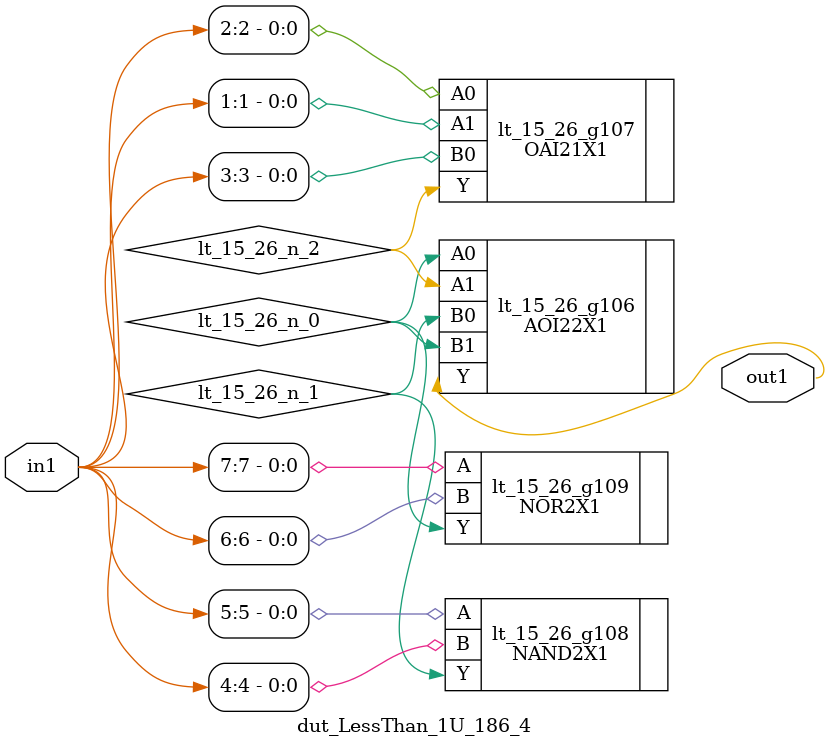
<source format=v>
`timescale 1ps / 1ps


module dut_LessThan_1U_186_4(in1, out1);
  input [7:0] in1;
  output out1;
  wire [7:0] in1;
  wire out1;
  wire lt_15_26_n_0, lt_15_26_n_1, lt_15_26_n_2;
  AOI22X1 lt_15_26_g106(.A0 (lt_15_26_n_0), .A1 (lt_15_26_n_2), .B0
       (lt_15_26_n_1), .B1 (lt_15_26_n_0), .Y (out1));
  OAI21X1 lt_15_26_g107(.A0 (in1[2]), .A1 (in1[1]), .B0 (in1[3]), .Y
       (lt_15_26_n_2));
  NAND2X1 lt_15_26_g108(.A (in1[5]), .B (in1[4]), .Y (lt_15_26_n_1));
  NOR2X1 lt_15_26_g109(.A (in1[7]), .B (in1[6]), .Y (lt_15_26_n_0));
endmodule



</source>
